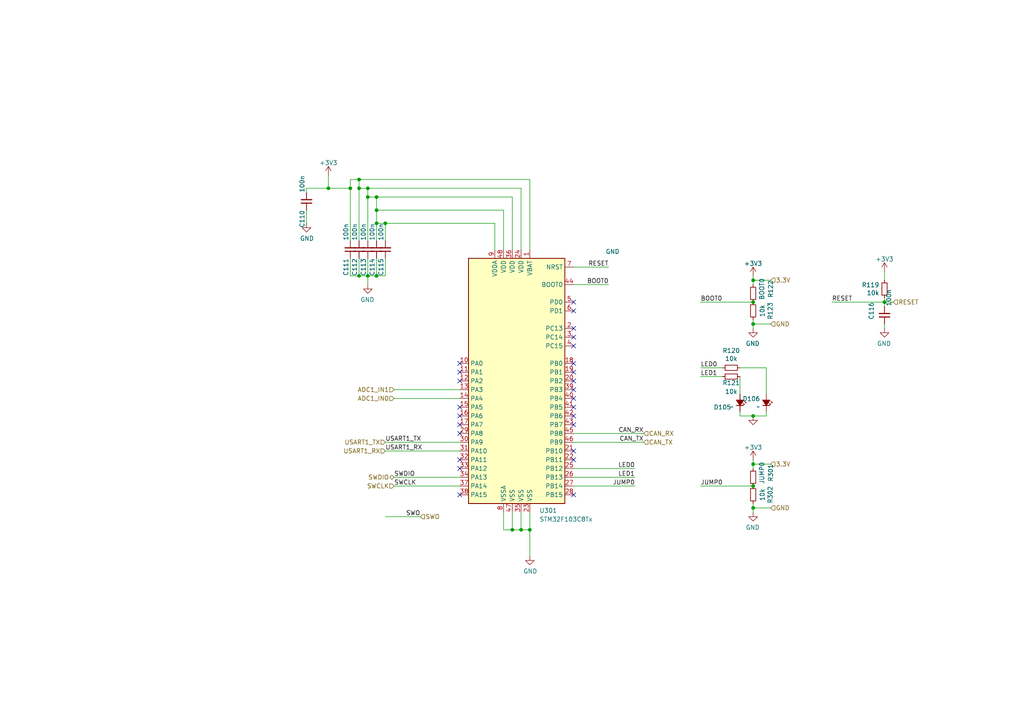
<source format=kicad_sch>
(kicad_sch (version 20211123) (generator eeschema)
  (paper "A4")
  (lib_symbols
    (symbol "Controle-rescue:LED_Small_ALT-Device" (pin_numbers hide) (pin_names (offset 0.254) hide)
      (property "Reference" "D" (at -1.27 3.175 0))
      (property "Value" "LED_Small_ALT-Device" (at -4.445 -2.54 0))
      (symbol "LED_Small_ALT-Device_0_1"
        (polyline (pts (xy -0.762 -1.016) (xy -0.762 1.016)) (stroke (width 0.254)))
        (polyline (pts (xy 1.016 0) (xy -0.762 0)))
        (polyline (pts (xy 0.762 -1.016) (xy -0.762 0) (xy 0.762 1.016) (xy 0.762 -1.016)) (stroke (width 0.254)) (fill (type outline)))
        (polyline (pts (xy 0 0.762) (xy -0.508 1.27) (xy -0.254 1.27) (xy -0.508 1.27) (xy -0.508 1.016)))
        (polyline (pts (xy 0.508 1.27) (xy 0 1.778) (xy 0.254 1.778) (xy 0 1.778) (xy 0 1.524)))
      )
      (symbol "LED_Small_ALT-Device_1_1"
        (pin passive line (at -2.54 0 0) (length 1.778) (name "K") (number "1"))
        (pin passive line (at 2.54 0 180) (length 1.778) (name "A") (number "2"))
      )
    )
    (symbol "Device:C_Small" (pin_numbers hide) (pin_names (offset 0.254) hide)
      (property "Reference" "C" (at 0.254 1.778 0))
      (property "Value" "C_Small" (at 0.254 -2.032 0))
      (symbol "C_Small_0_1"
        (polyline (pts (xy -1.524 -0.508) (xy 1.524 -0.508)) (stroke (width 0.3302)))
        (polyline (pts (xy -1.524 0.508) (xy 1.524 0.508)) (stroke (width 0.3048)))
      )
      (symbol "C_Small_1_1"
        (pin passive line (at 0 2.54 270) (length 2.032) (name "~") (number "1"))
        (pin passive line (at 0 -2.54 90) (length 2.032) (name "~") (number "2"))
      )
    )
    (symbol "Device:R_Small" (pin_numbers hide) (pin_names (offset 0.254) hide)
      (property "Reference" "R" (at 0.762 0.508 0))
      (property "Value" "R_Small" (at 0.762 -1.016 0))
      (symbol "R_Small_0_1"
        (rectangle (start -0.762 1.778) (end 0.762 -1.778) (stroke (width 0.2032)))
      )
      (symbol "R_Small_1_1"
        (pin passive line (at 0 2.54 270) (length 0.762) (name "~") (number "1"))
        (pin passive line (at 0 -2.54 90) (length 0.762) (name "~") (number "2"))
      )
    )
    (symbol "MCU_ST_STM32F1:STM32F103C8Tx"
      (property "Reference" "U" (at -15.24 36.83 0))
      (property "Value" "STM32F103C8Tx" (at 7.62 36.83 0))
      (symbol "STM32F103C8Tx_0_1"
        (rectangle (start -15.24 -35.56) (end 12.7 35.56) (stroke (width 0.254)) (fill (type background)))
      )
      (symbol "STM32F103C8Tx_1_1"
        (pin power_in line (at -5.08 38.1 270) (length 2.54) (name "VBAT") (number "1"))
        (pin bidirectional line (at 15.24 5.08 180) (length 2.54) (name "PA0") (number "10"))
        (pin bidirectional line (at 15.24 2.54 180) (length 2.54) (name "PA1") (number "11"))
        (pin bidirectional line (at 15.24 0 180) (length 2.54) (name "PA2") (number "12"))
        (pin bidirectional line (at 15.24 -2.54 180) (length 2.54) (name "PA3") (number "13"))
        (pin bidirectional line (at 15.24 -5.08 180) (length 2.54) (name "PA4") (number "14"))
        (pin bidirectional line (at 15.24 -7.62 180) (length 2.54) (name "PA5") (number "15"))
        (pin bidirectional line (at 15.24 -10.16 180) (length 2.54) (name "PA6") (number "16"))
        (pin bidirectional line (at 15.24 -12.7 180) (length 2.54) (name "PA7") (number "17"))
        (pin bidirectional line (at -17.78 5.08 0) (length 2.54) (name "PB0") (number "18"))
        (pin bidirectional line (at -17.78 2.54 0) (length 2.54) (name "PB1") (number "19"))
        (pin bidirectional line (at -17.78 15.24 0) (length 2.54) (name "PC13") (number "2"))
        (pin bidirectional line (at -17.78 0 0) (length 2.54) (name "PB2") (number "20"))
        (pin bidirectional line (at -17.78 -20.32 0) (length 2.54) (name "PB10") (number "21"))
        (pin bidirectional line (at -17.78 -22.86 0) (length 2.54) (name "PB11") (number "22"))
        (pin power_in line (at -5.08 -38.1 90) (length 2.54) (name "VSS") (number "23"))
        (pin power_in line (at -2.54 38.1 270) (length 2.54) (name "VDD") (number "24"))
        (pin bidirectional line (at -17.78 -25.4 0) (length 2.54) (name "PB12") (number "25"))
        (pin bidirectional line (at -17.78 -27.94 0) (length 2.54) (name "PB13") (number "26"))
        (pin bidirectional line (at -17.78 -30.48 0) (length 2.54) (name "PB14") (number "27"))
        (pin bidirectional line (at -17.78 -33.02 0) (length 2.54) (name "PB15") (number "28"))
        (pin bidirectional line (at 15.24 -15.24 180) (length 2.54) (name "PA8") (number "29"))
        (pin bidirectional line (at -17.78 12.7 0) (length 2.54) (name "PC14") (number "3"))
        (pin bidirectional line (at 15.24 -17.78 180) (length 2.54) (name "PA9") (number "30"))
        (pin bidirectional line (at 15.24 -20.32 180) (length 2.54) (name "PA10") (number "31"))
        (pin bidirectional line (at 15.24 -22.86 180) (length 2.54) (name "PA11") (number "32"))
        (pin bidirectional line (at 15.24 -25.4 180) (length 2.54) (name "PA12") (number "33"))
        (pin bidirectional line (at 15.24 -27.94 180) (length 2.54) (name "PA13") (number "34"))
        (pin power_in line (at -2.54 -38.1 90) (length 2.54) (name "VSS") (number "35"))
        (pin power_in line (at 0 38.1 270) (length 2.54) (name "VDD") (number "36"))
        (pin bidirectional line (at 15.24 -30.48 180) (length 2.54) (name "PA14") (number "37"))
        (pin bidirectional line (at 15.24 -33.02 180) (length 2.54) (name "PA15") (number "38"))
        (pin bidirectional line (at -17.78 -2.54 0) (length 2.54) (name "PB3") (number "39"))
        (pin bidirectional line (at -17.78 10.16 0) (length 2.54) (name "PC15") (number "4"))
        (pin bidirectional line (at -17.78 -5.08 0) (length 2.54) (name "PB4") (number "40"))
        (pin bidirectional line (at -17.78 -7.62 0) (length 2.54) (name "PB5") (number "41"))
        (pin bidirectional line (at -17.78 -10.16 0) (length 2.54) (name "PB6") (number "42"))
        (pin bidirectional line (at -17.78 -12.7 0) (length 2.54) (name "PB7") (number "43"))
        (pin input line (at -17.78 27.94 0) (length 2.54) (name "BOOT0") (number "44"))
        (pin bidirectional line (at -17.78 -15.24 0) (length 2.54) (name "PB8") (number "45"))
        (pin bidirectional line (at -17.78 -17.78 0) (length 2.54) (name "PB9") (number "46"))
        (pin power_in line (at 0 -38.1 90) (length 2.54) (name "VSS") (number "47"))
        (pin power_in line (at 2.54 38.1 270) (length 2.54) (name "VDD") (number "48"))
        (pin input line (at -17.78 22.86 0) (length 2.54) (name "PD0") (number "5"))
        (pin input line (at -17.78 20.32 0) (length 2.54) (name "PD1") (number "6"))
        (pin input line (at -17.78 33.02 0) (length 2.54) (name "NRST") (number "7"))
        (pin power_in line (at 2.54 -38.1 90) (length 2.54) (name "VSSA") (number "8"))
        (pin power_in line (at 5.08 38.1 270) (length 2.54) (name "VDDA") (number "9"))
      )
    )
    (symbol "power:+3.3V" (power) (pin_names (offset 0))
      (property "Value" "+3.3V" (at 0 3.556 0))
      (symbol "+3.3V_0_1"
        (polyline (pts (xy -0.762 1.27) (xy 0 2.54)))
        (polyline (pts (xy 0 0) (xy 0 2.54)))
        (polyline (pts (xy 0 2.54) (xy 0.762 1.27)))
      )
      (symbol "+3.3V_1_1"
        (pin power_in line (at 0 0 90) (length 0) hide (name "+3V3") (number "1"))
      )
    )
    (symbol "power:GND" (power) (pin_names (offset 0))
      (property "Value" "GND" (at 0 -3.81 0))
      (symbol "GND_0_1"
        (polyline (pts (xy 0 0) (xy 0 -1.27) (xy 1.27 -1.27) (xy 0 -2.54) (xy -1.27 -1.27) (xy 0 -1.27)))
      )
      (symbol "GND_1_1"
        (pin power_in line (at 0 0 270) (length 0) hide (name "GND") (number "1"))
      )
    )
  )
  (junction (at 104.14 54.61))
  (junction (at 101.6 54.61))
  (junction (at 104.14 52.07))
  (junction (at 256.54 87.63))
  (junction (at 151.13 153.67))
  (junction (at 104.14 80.01))
  (junction (at 218.44 147.32))
  (junction (at 153.67 153.67))
  (junction (at 109.22 57.15))
  (junction (at 218.44 120.65))
  (junction (at 148.59 153.67))
  (junction (at 109.22 80.01))
  (junction (at 218.44 134.62))
  (junction (at 106.68 54.61))
  (junction (at 106.68 80.01))
  (junction (at 109.22 60.96))
  (junction (at 111.76 64.77))
  (junction (at 95.25 54.61))
  (junction (at 218.44 93.98))
  (junction (at 109.22 64.77))
  (junction (at 218.44 81.28))
  (junction (at 106.68 57.15))
  (junction (at 218.44 140.97))
  (junction (at 218.44 87.63))
  (no_connect (at 166.37 143.51))
  (no_connect (at 166.37 107.95))
  (no_connect (at 133.35 105.41))
  (no_connect (at 166.37 97.79))
  (no_connect (at 166.37 123.19))
  (no_connect (at 133.35 123.19))
  (no_connect (at 133.35 120.65))
  (no_connect (at 166.37 90.17))
  (no_connect (at 166.37 130.81))
  (no_connect (at 166.37 100.33))
  (no_connect (at 133.35 118.11))
  (no_connect (at 133.35 133.35))
  (no_connect (at 133.35 107.95))
  (no_connect (at 133.35 110.49))
  (no_connect (at 166.37 87.63))
  (no_connect (at 166.37 118.11))
  (no_connect (at 133.35 143.51))
  (no_connect (at 133.35 125.73))
  (no_connect (at 166.37 133.35))
  (no_connect (at 133.35 135.89))
  (no_connect (at 166.37 115.57))
  (no_connect (at 166.37 95.25))
  (no_connect (at 166.37 120.65))
  (no_connect (at 166.37 110.49))
  (no_connect (at 166.37 105.41))
  (no_connect (at 166.37 113.03))
  (wire (pts (xy 203.2 140.97) (xy 218.44 140.97)))
  (wire (pts (xy 104.14 80.01) (xy 106.68 80.01)))
  (wire (pts (xy 218.44 134.62) (xy 218.44 135.89)))
  (wire (pts (xy 104.14 74.93) (xy 104.14 80.01)))
  (wire (pts (xy 214.63 109.22) (xy 214.63 114.3)))
  (wire (pts (xy 111.76 64.77) (xy 143.51 64.77)))
  (wire (pts (xy 222.25 120.65) (xy 218.44 120.65)))
  (wire (pts (xy 109.22 64.77) (xy 111.76 64.77)))
  (wire (pts (xy 256.54 86.36) (xy 256.54 87.63)))
  (wire (pts (xy 166.37 138.43) (xy 184.15 138.43)))
  (wire (pts (xy 106.68 74.93) (xy 106.68 80.01)))
  (wire (pts (xy 218.44 80.01) (xy 218.44 81.28)))
  (wire (pts (xy 109.22 57.15) (xy 109.22 60.96)))
  (wire (pts (xy 121.92 149.86) (xy 111.76 149.86)))
  (wire (pts (xy 101.6 80.01) (xy 104.14 80.01)))
  (wire (pts (xy 256.54 87.63) (xy 256.54 88.9)))
  (wire (pts (xy 256.54 87.63) (xy 241.3 87.63)))
  (wire (pts (xy 222.25 114.3) (xy 222.25 106.68)))
  (wire (pts (xy 109.22 57.15) (xy 148.59 57.15)))
  (wire (pts (xy 106.68 57.15) (xy 106.68 69.85)))
  (wire (pts (xy 109.22 60.96) (xy 146.05 60.96)))
  (wire (pts (xy 146.05 60.96) (xy 146.05 72.39)))
  (wire (pts (xy 153.67 153.67) (xy 153.67 161.29)))
  (wire (pts (xy 153.67 148.59) (xy 153.67 153.67)))
  (wire (pts (xy 166.37 77.47) (xy 176.53 77.47)))
  (wire (pts (xy 95.25 54.61) (xy 101.6 54.61)))
  (wire (pts (xy 218.44 81.28) (xy 223.52 81.28)))
  (wire (pts (xy 104.14 54.61) (xy 106.68 54.61)))
  (wire (pts (xy 153.67 52.07) (xy 153.67 72.39)))
  (wire (pts (xy 101.6 74.93) (xy 101.6 80.01)))
  (wire (pts (xy 106.68 54.61) (xy 151.13 54.61)))
  (wire (pts (xy 146.05 153.67) (xy 148.59 153.67)))
  (wire (pts (xy 218.44 147.32) (xy 218.44 148.59)))
  (wire (pts (xy 106.68 82.55) (xy 106.68 80.01)))
  (wire (pts (xy 148.59 148.59) (xy 148.59 153.67)))
  (wire (pts (xy 101.6 54.61) (xy 101.6 69.85)))
  (wire (pts (xy 218.44 93.98) (xy 218.44 95.25)))
  (wire (pts (xy 203.2 109.22) (xy 209.55 109.22)))
  (wire (pts (xy 218.44 93.98) (xy 223.52 93.98)))
  (wire (pts (xy 214.63 120.65) (xy 214.63 119.38)))
  (wire (pts (xy 256.54 93.98) (xy 256.54 95.25)))
  (wire (pts (xy 109.22 60.96) (xy 109.22 64.77)))
  (wire (pts (xy 218.44 133.35) (xy 218.44 134.62)))
  (wire (pts (xy 109.22 74.93) (xy 109.22 80.01)))
  (wire (pts (xy 111.76 80.01) (xy 111.76 74.93)))
  (wire (pts (xy 106.68 57.15) (xy 109.22 57.15)))
  (wire (pts (xy 114.3 140.97) (xy 133.35 140.97)))
  (wire (pts (xy 146.05 148.59) (xy 146.05 153.67)))
  (wire (pts (xy 148.59 57.15) (xy 148.59 72.39)))
  (wire (pts (xy 101.6 52.07) (xy 104.14 52.07)))
  (wire (pts (xy 203.2 106.68) (xy 209.55 106.68)))
  (wire (pts (xy 148.59 153.67) (xy 151.13 153.67)))
  (wire (pts (xy 176.53 82.55) (xy 166.37 82.55)))
  (wire (pts (xy 101.6 54.61) (xy 101.6 52.07)))
  (wire (pts (xy 153.67 52.07) (xy 104.14 52.07)))
  (wire (pts (xy 259.08 87.63) (xy 256.54 87.63)))
  (wire (pts (xy 88.9 54.61) (xy 95.25 54.61)))
  (wire (pts (xy 114.3 138.43) (xy 133.35 138.43)))
  (wire (pts (xy 104.14 54.61) (xy 104.14 69.85)))
  (wire (pts (xy 256.54 78.74) (xy 256.54 81.28)))
  (wire (pts (xy 106.68 80.01) (xy 109.22 80.01)))
  (wire (pts (xy 218.44 92.71) (xy 218.44 93.98)))
  (wire (pts (xy 143.51 64.77) (xy 143.51 72.39)))
  (wire (pts (xy 104.14 52.07) (xy 104.14 54.61)))
  (wire (pts (xy 186.69 125.73) (xy 166.37 125.73)))
  (wire (pts (xy 203.2 87.63) (xy 218.44 87.63)))
  (wire (pts (xy 109.22 64.77) (xy 109.22 69.85)))
  (wire (pts (xy 109.22 80.01) (xy 111.76 80.01)))
  (wire (pts (xy 222.25 119.38) (xy 222.25 120.65)))
  (wire (pts (xy 151.13 54.61) (xy 151.13 72.39)))
  (wire (pts (xy 88.9 55.88) (xy 88.9 54.61)))
  (wire (pts (xy 88.9 64.77) (xy 88.9 60.96)))
  (wire (pts (xy 186.69 128.27) (xy 166.37 128.27)))
  (wire (pts (xy 111.76 69.85) (xy 111.76 64.77)))
  (wire (pts (xy 106.68 57.15) (xy 106.68 54.61)))
  (wire (pts (xy 111.76 130.81) (xy 133.35 130.81)))
  (wire (pts (xy 218.44 134.62) (xy 223.52 134.62)))
  (wire (pts (xy 114.3 113.03) (xy 133.35 113.03)))
  (wire (pts (xy 111.76 128.27) (xy 133.35 128.27)))
  (wire (pts (xy 218.44 147.32) (xy 223.52 147.32)))
  (wire (pts (xy 151.13 148.59) (xy 151.13 153.67)))
  (wire (pts (xy 95.25 50.8) (xy 95.25 54.61)))
  (wire (pts (xy 222.25 106.68) (xy 214.63 106.68)))
  (wire (pts (xy 218.44 81.28) (xy 218.44 82.55)))
  (wire (pts (xy 218.44 120.65) (xy 214.63 120.65)))
  (wire (pts (xy 166.37 140.97) (xy 184.15 140.97)))
  (wire (pts (xy 151.13 153.67) (xy 153.67 153.67)))
  (wire (pts (xy 114.3 115.57) (xy 133.35 115.57)))
  (wire (pts (xy 166.37 135.89) (xy 184.15 135.89)))
  (wire (pts (xy 218.44 146.05) (xy 218.44 147.32)))
  (label "CAN_RX" (at 186.69 125.73 180))
  (label "USART1_RX" (at 111.76 130.81 0))
  (label "USART1_TX" (at 111.76 128.27 0))
  (label "SWDIO" (at 114.3 138.43 0))
  (label "SWO" (at 121.92 149.86 180))
  (label "LED0" (at 184.15 135.89 180))
  (label "JUMP0" (at 184.15 140.97 180))
  (label "LED1" (at 184.15 138.43 180))
  (label "BOOT0" (at 203.2 87.63 0))
  (label "RESET" (at 176.53 77.47 180))
  (label "LED0" (at 203.2 106.68 0))
  (label "CAN_TX" (at 186.69 128.27 180))
  (label "LED1" (at 203.2 109.22 0))
  (label "JUMP0" (at 203.2 140.97 0))
  (label "RESET" (at 241.3 87.63 0))
  (label "BOOT0" (at 176.53 82.55 180))
  (label "SWCLK" (at 114.3 140.97 0))
  (hierarchical_label "SWO" (shape input) (at 121.92 149.86 0))
  (hierarchical_label "GND" (shape input) (at 223.52 147.32 0))
  (hierarchical_label "SWDIO" (shape bidirectional) (at 114.3 138.43 180))
  (hierarchical_label "3.3V" (shape input) (at 223.52 81.28 0))
  (hierarchical_label "USART1_RX" (shape input) (at 111.76 130.81 180))
  (hierarchical_label "3.3V" (shape input) (at 223.52 134.62 0))
  (hierarchical_label "USART1_TX" (shape input) (at 111.76 128.27 180))
  (hierarchical_label "GND" (shape input) (at 223.52 93.98 0))
  (hierarchical_label "SWCLK" (shape input) (at 114.3 140.97 180))
  (hierarchical_label "RESET" (shape input) (at 259.08 87.63 0))
  (hierarchical_label "ADC1_IN0" (shape input) (at 114.3 115.57 180))
  (hierarchical_label "CAN_TX" (shape input) (at 186.69 128.27 0))
  (hierarchical_label "ADC1_IN1" (shape input) (at 114.3 113.03 180))
  (hierarchical_label "CAN_RX" (shape input) (at 186.69 125.73 0))
  (symbol (lib_id "power:GND") (at 88.9 64.77 0) (unit 1)
    (property "Reference" "#PWR0126" (effects hide))
    (property "Value" "~" (at 89.027 69.1642 0))
  )
  (symbol (lib_id "Device:C_Small") (at 111.76 72.39 0) (mirror x) (unit 1)
    (property "Reference" "C115" (at 110.49 77.47 90))
    (property "Value" "100n" (at 110.49 67.31 90))
    (property "Footprint" "Capacitor_SMD:C_0603_1608Metric_Pad1.08x0.95mm_HandSolder" (effects hide))
  )
  (symbol (lib_id "power:GND") (at 106.68 82.55 0) (mirror y) (unit 1)
    (property "Reference" "#PWR0128" (effects hide))
    (property "Value" "~" (at 106.553 86.9442 0))
  )
  (symbol (lib_id "Controle-rescue:LED_Small_ALT-Device") (at 214.63 116.84 270) (mirror x) (unit 1)
    (property "Reference" "D105" (at 212.09 118.11 90) (effects (justify right)))
    (property "Value" "~" (at 212.852 117.983 90) (effects (justify right)))
    (property "Footprint" "LED_SMD:LED_0805_2012Metric_Pad1.15x1.40mm_HandSolder" (effects hide))
  )
  (symbol (lib_id "Device:R_Small") (at 212.09 109.22 90) (mirror x) (unit 1)
    (property "Reference" "R121" (at 212.09 111.76 90) (effects (justify bottom)))
    (property "Value" "10k" (at 212.09 114.3 90) (effects (justify bottom)))
    (property "Footprint" "Resistor_SMD:R_0603_1608Metric_Pad0.98x0.95mm_HandSolder" (effects hide))
  )
  (symbol (lib_id "Device:R_Small") (at 212.09 106.68 90) (mirror x) (unit 1)
    (property "Reference" "R120" (at 212.09 101.7016 90))
    (property "Value" "10k" (at 212.09 104.013 90))
    (property "Footprint" "Resistor_SMD:R_0603_1608Metric_Pad0.98x0.95mm_HandSolder" (effects hide))
  )
  (symbol (lib_id "Controle-rescue:LED_Small_ALT-Device") (at 222.25 116.84 270) (mirror x) (unit 1)
    (property "Reference" "D106" (at 220.472 115.6716 90) (effects (justify right)))
    (property "Value" "~" (at 220.472 117.983 90) (effects (justify right)))
    (property "Footprint" "LED_SMD:LED_0805_2012Metric_Pad1.15x1.40mm_HandSolder" (effects hide))
  )
  (symbol (lib_id "power:GND") (at 218.44 120.65 0) (mirror y) (unit 1)
    (property "Reference" "#PWR0132" (effects hide))
    (property "Value" "~" (at 177.673 72.9742 0))
  )
  (symbol (lib_id "power:GND") (at 218.44 95.25 0) (mirror y) (unit 1)
    (property "Reference" "#PWR0134" (effects hide))
    (property "Value" "~" (at 218.313 99.6442 0))
  )
  (symbol (lib_id "Device:R_Small") (at 256.54 83.82 0) (mirror x) (unit 1)
    (property "Reference" "R119" (at 255.0414 82.6516 0) (effects (justify right)))
    (property "Value" "10k" (at 255.0414 84.963 0) (effects (justify right)))
    (property "Footprint" "Resistor_SMD:R_0603_1608Metric_Pad0.98x0.95mm_HandSolder" (effects hide))
  )
  (symbol (lib_id "power:GND") (at 256.54 95.25 0) (mirror y) (unit 1)
    (property "Reference" "#PWR0130" (effects hide))
    (property "Value" "~" (at 256.413 99.6442 0))
  )
  (symbol (lib_id "power:GND") (at 153.67 161.29 0) (unit 1)
    (property "Reference" "#PWR0131" (effects hide))
    (property "Value" "~" (at 153.797 165.6842 0))
  )
  (symbol (lib_id "Device:R_Small") (at 218.44 90.17 0) (mirror y) (unit 1)
    (property "Reference" "R123" (at 223.4184 90.17 90))
    (property "Value" "10k" (at 221.107 90.17 90))
    (property "Footprint" "Resistor_SMD:R_0603_1608Metric_Pad0.98x0.95mm_HandSolder" (effects hide))
  )
  (symbol (lib_id "Device:R_Small") (at 218.44 85.09 0) (mirror y) (unit 1)
    (property "Reference" "R122" (at 223.52 83.82 90))
    (property "Value" "BOOT0" (at 220.98 83.82 90))
    (property "Footprint" "Jumper:SolderJumper-2_P1.3mm_Open_RoundedPad1.0x1.5mm" (effects hide))
  )
  (symbol (lib_id "Device:C_Small") (at 101.6 72.39 0) (mirror x) (unit 1)
    (property "Reference" "C111" (at 100.33 77.47 90))
    (property "Value" "100n" (at 100.33 67.31 90))
    (property "Footprint" "Capacitor_SMD:C_0603_1608Metric_Pad1.08x0.95mm_HandSolder" (effects hide))
  )
  (symbol (lib_id "Device:C_Small") (at 109.22 72.39 0) (mirror x) (unit 1)
    (property "Reference" "C114" (at 107.95 77.47 90))
    (property "Value" "100n" (at 107.95 67.31 90))
    (property "Footprint" "Capacitor_SMD:C_0603_1608Metric_Pad1.08x0.95mm_HandSolder" (effects hide))
  )
  (symbol (lib_id "power:+3.3V") (at 218.44 80.01 0) (unit 1)
    (property "Reference" "#PWR0133" (effects hide))
    (property "Value" "+3.3V" (at 218.44 76.4342 0))
  )
  (symbol (lib_id "Device:C_Small") (at 106.68 72.39 0) (mirror x) (unit 1)
    (property "Reference" "C113" (at 105.41 77.47 90))
    (property "Value" "100n" (at 105.41 67.31 90))
    (property "Footprint" "Capacitor_SMD:C_0603_1608Metric_Pad1.08x0.95mm_HandSolder" (effects hide))
  )
  (symbol (lib_id "Device:C_Small") (at 104.14 72.39 0) (mirror x) (unit 1)
    (property "Reference" "C112" (at 102.87 77.47 90))
    (property "Value" "100n" (at 102.87 67.31 90))
    (property "Footprint" "Capacitor_SMD:C_0603_1608Metric_Pad1.08x0.95mm_HandSolder" (effects hide))
  )
  (symbol (lib_id "power:GND") (at 218.44 148.59 0) (mirror y) (unit 1)
    (property "Reference" "#PWR0302" (effects hide))
    (property "Value" "~" (at 218.313 152.9842 0))
  )
  (symbol (lib_id "Device:C_Small") (at 256.54 91.44 180) (unit 1)
    (property "Reference" "C116" (at 252.73 90.17 90))
    (property "Value" "100n" (at 257.81 86.36 90))
    (property "Footprint" "Capacitor_SMD:C_0603_1608Metric_Pad1.08x0.95mm_HandSolder" (effects hide))
  )
  (symbol (lib_id "Device:C_Small") (at 88.9 58.42 0) (mirror x) (unit 1)
    (property "Reference" "C110" (at 87.63 63.5 90))
    (property "Value" "100n" (at 87.63 53.34 90))
    (property "Footprint" "Capacitor_SMD:C_0603_1608Metric_Pad1.08x0.95mm_HandSolder" (effects hide))
  )
  (symbol (lib_id "power:+3.3V") (at 95.25 50.8 0) (unit 1)
    (property "Reference" "#PWR0127" (effects hide))
    (property "Value" "+3.3V" (at 95.25 47.2242 0))
  )
  (symbol (lib_id "power:+3.3V") (at 256.54 78.74 0) (unit 1)
    (property "Reference" "#PWR0303" (effects hide))
    (property "Value" "+3.3V" (at 256.54 75.1642 0))
  )
  (symbol (lib_id "MCU_ST_STM32F1:STM32F103C8Tx") (at 148.59 110.49 0) (mirror y) (unit 1)
    (property "Reference" "U301" (at 156.4387 148.0804 0) (effects (justify right)))
    (property "Value" "STM32F103C8Tx" (at 156.4387 150.6173 0) (effects (justify right)))
    (property "Footprint" "Package_QFP:LQFP-48_7x7mm_P0.5mm" (effects hide))
    (property "Datasheet" "http://www.st.com/st-web-ui/static/active/en/resource/technical/document/datasheet/CD00161566.pdf" (effects hide))
  )
  (symbol (lib_id "power:+3.3V") (at 218.44 133.35 0) (unit 1)
    (property "Reference" "#PWR0301" (effects hide))
    (property "Value" "+3.3V" (at 218.44 129.7742 0))
  )
  (symbol (lib_id "Device:R_Small") (at 218.44 143.51 0) (mirror y) (unit 1)
    (property "Reference" "R302" (at 223.4184 143.51 90))
    (property "Value" "10k" (at 221.107 143.51 90))
    (property "Footprint" "Resistor_SMD:R_0603_1608Metric_Pad0.98x0.95mm_HandSolder" (effects hide))
  )
  (symbol (lib_id "Device:R_Small") (at 218.44 138.43 0) (mirror y) (unit 1)
    (property "Reference" "R301" (at 223.52 137.16 90))
    (property "Value" "JUMP0" (at 220.98 137.16 90))
    (property "Footprint" "Jumper:SolderJumper-2_P1.3mm_Open_RoundedPad1.0x1.5mm" (effects hide))
  )
)
</source>
